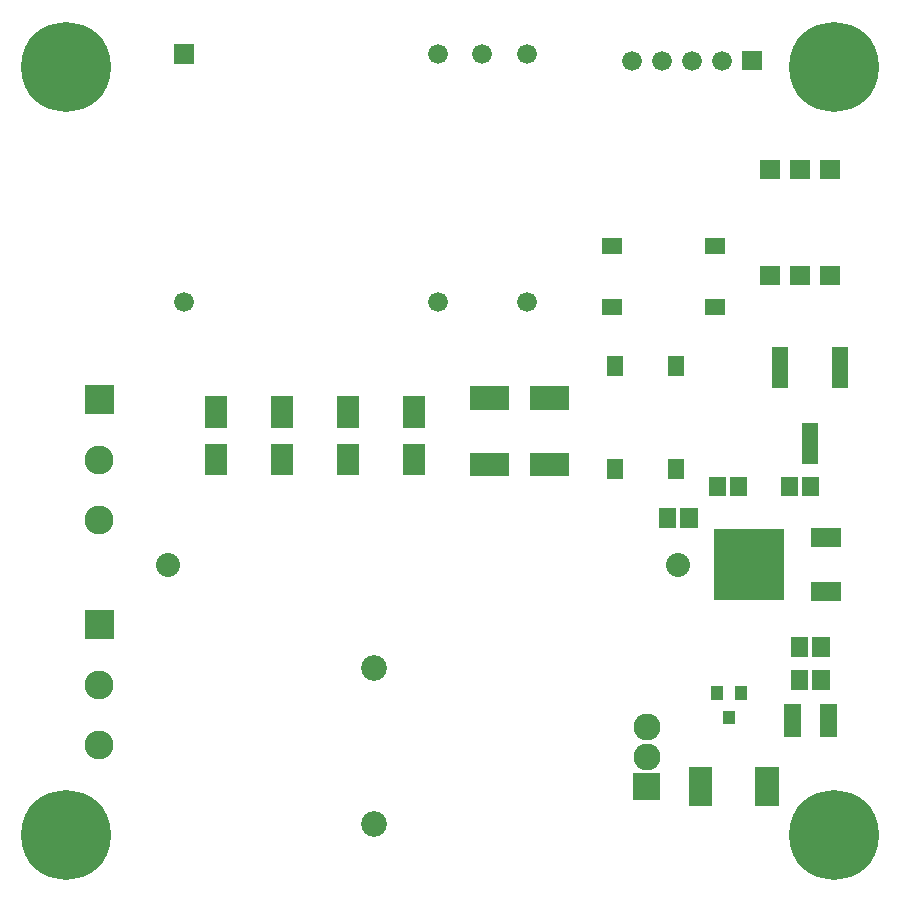
<source format=gbr>
G04 start of page 6 for group -4063 idx -4063 *
G04 Title: (unknown), componentmask *
G04 Creator: pcb 20110918 *
G04 CreationDate: Sun 21 Dec 2014 03:27:12 AM GMT UTC *
G04 For: petersen *
G04 Format: Gerber/RS-274X *
G04 PCB-Dimensions: 290000 290000 *
G04 PCB-Coordinate-Origin: lower left *
%MOIN*%
%FSLAX25Y25*%
%LNTOPMASK*%
%ADD79R,0.0400X0.0400*%
%ADD78R,0.2324X0.2324*%
%ADD77R,0.0611X0.0611*%
%ADD76R,0.0460X0.0460*%
%ADD75R,0.0529X0.0529*%
%ADD74R,0.0769X0.0769*%
%ADD73R,0.0729X0.0729*%
%ADD72R,0.0530X0.0530*%
%ADD71R,0.0572X0.0572*%
%ADD70C,0.0900*%
%ADD69C,0.2997*%
%ADD68C,0.0860*%
%ADD67C,0.0660*%
%ADD66C,0.0800*%
%ADD65C,0.0960*%
%ADD64C,0.0001*%
G54D64*G36*
X23200Y166800D02*Y157200D01*
X32800D01*
Y166800D01*
X23200D01*
G37*
G54D65*X28000Y142000D03*
Y122000D03*
G54D66*X51000Y107000D03*
G54D67*X56202Y194630D03*
G54D68*X119500Y72500D03*
G54D67*X170375Y194630D03*
X140848D03*
G54D68*X119500Y20500D03*
G54D69*X17000Y17000D03*
G54D64*G36*
X23200Y91800D02*Y82200D01*
X32800D01*
Y91800D01*
X23200D01*
G37*
G54D65*X28000Y67000D03*
Y47000D03*
G54D69*X17000Y273000D03*
G54D64*G36*
X52902Y280607D02*Y274007D01*
X59502D01*
Y280607D01*
X52902D01*
G37*
G54D67*X140848Y277307D03*
X155611D03*
X170375D03*
G54D66*X221000Y107000D03*
G54D69*X273000Y273000D03*
G54D64*G36*
X242200Y278300D02*Y271700D01*
X248800D01*
Y278300D01*
X242200D01*
G37*
G54D67*X235500Y275000D03*
X225500D03*
G54D69*X273000Y17000D03*
G54D70*X210500Y53000D03*
Y43000D03*
G54D64*G36*
X206000Y37500D02*Y28500D01*
X215000D01*
Y37500D01*
X206000D01*
G37*
G54D67*X215500Y275000D03*
X205500D03*
G54D71*X217457Y122893D02*Y122107D01*
X224543Y122893D02*Y122107D01*
X233957Y133393D02*Y132607D01*
G54D72*X199750Y139449D02*Y138150D01*
X220250Y139449D02*Y138150D01*
G54D73*X133000Y159449D02*Y156299D01*
X111000Y159449D02*Y156299D01*
X67000Y159449D02*Y156299D01*
G54D74*X155244Y162524D02*X160756D01*
X175244D02*X180756D01*
G54D73*X133000Y143701D02*Y140551D01*
X111000Y143701D02*Y140551D01*
X67000Y143701D02*Y140551D01*
G54D74*X155244Y140476D02*X160756D01*
X175244D02*X180756D01*
G54D73*X89000Y159449D02*Y156299D01*
Y143701D02*Y140551D01*
G54D64*G36*
X268247Y241970D02*Y235464D01*
X274753D01*
Y241970D01*
X268247D01*
G37*
G36*
X258247D02*Y235464D01*
X264753D01*
Y241970D01*
X258247D01*
G37*
G36*
X248247D02*Y235464D01*
X254753D01*
Y241970D01*
X248247D01*
G37*
G36*
Y206536D02*Y200030D01*
X254753D01*
Y206536D01*
X248247D01*
G37*
G36*
X258247D02*Y200030D01*
X264753D01*
Y206536D01*
X258247D01*
G37*
G36*
X268247D02*Y200030D01*
X274753D01*
Y206536D01*
X268247D01*
G37*
G54D72*X220250Y173850D02*Y172551D01*
X199750Y173850D02*Y172551D01*
X198150Y213250D02*X199449D01*
X198150Y192750D02*X199449D01*
X232551D02*X233850D01*
X232551Y213250D02*X233850D01*
G54D75*X275000Y176752D02*Y168445D01*
X255000Y176752D02*Y168445D01*
G54D71*X241043Y133393D02*Y132607D01*
G54D76*X244499Y99913D02*Y97551D01*
Y108181D02*Y105819D01*
Y116449D02*Y114087D01*
G54D77*X268220Y98004D02*X272157D01*
X268220Y115996D02*X272157D01*
G54D78*X244500Y107295D02*Y106705D01*
G54D76*X253653Y99913D02*Y97551D01*
Y108181D02*Y105819D01*
Y116449D02*Y114087D01*
X235346Y99913D02*Y97551D01*
Y108181D02*Y105819D01*
Y116449D02*Y114087D01*
G54D75*X265000Y151555D02*Y143248D01*
G54D71*X265043Y133393D02*Y132607D01*
X257957Y133393D02*Y132607D01*
G54D79*X241746Y64521D02*Y63921D01*
X233946Y64521D02*Y63921D01*
X237846Y56321D02*Y55721D01*
G54D74*X250524Y35756D02*Y30244D01*
X228476Y35756D02*Y30244D01*
G54D71*X259095Y57755D02*Y52245D01*
X268543Y79893D02*Y79107D01*
X261457Y79893D02*Y79107D01*
Y68893D02*Y68107D01*
X268543Y68893D02*Y68107D01*
X270905Y57755D02*Y52245D01*
M02*

</source>
